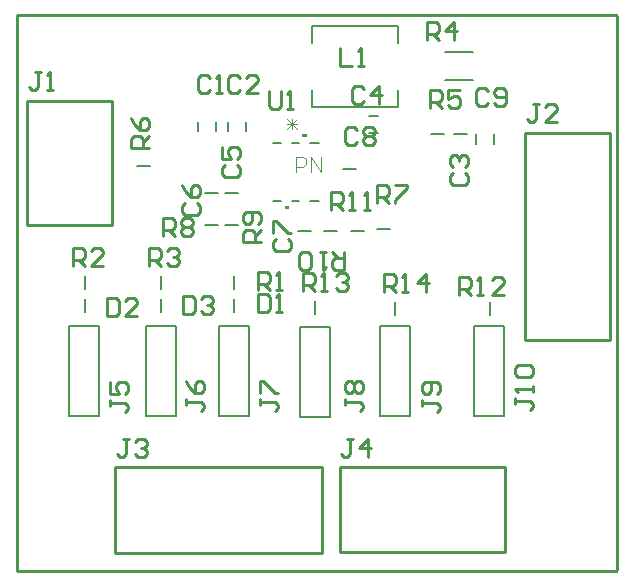
<source format=gto>
G04 Layer_Color=65535*
%FSLAX44Y44*%
%MOMM*%
G71*
G01*
G75*
%ADD19C,0.2540*%
%ADD29C,0.2000*%
%ADD30C,0.1524*%
%ADD31C,0.0762*%
G36*
X440175Y985690D02*
X436365D01*
Y988230D01*
X440175D01*
Y985690D01*
D02*
G37*
G36*
X455175Y1046310D02*
X451365D01*
Y1048850D01*
X455175D01*
Y1046310D01*
D02*
G37*
G54D19*
X209500Y679500D02*
X717000D01*
X717500Y680000D01*
Y1149250D01*
X717250Y1149500D02*
X717500Y1149250D01*
X209500Y1149500D02*
X717250D01*
X209500Y679500D02*
Y1149500D01*
X640250Y1050000D02*
X712250D01*
X640250Y875000D02*
X712250D01*
Y1050000D01*
X640250Y875000D02*
Y1050000D01*
X218500Y972000D02*
Y1077000D01*
X290500Y972000D02*
Y1077000D01*
X218500Y972000D02*
X290500D01*
X218500Y1077000D02*
X290500D01*
X293000Y694750D02*
Y766750D01*
X468000Y694750D02*
Y766750D01*
X293000D02*
X468000D01*
X293000Y694750D02*
X468000D01*
X483252Y695002D02*
X623252D01*
X483252Y767002D02*
X623252D01*
Y695002D02*
Y767002D01*
X483252Y695002D02*
Y767002D01*
X423440Y1085819D02*
Y1073123D01*
X425979Y1070584D01*
X431058D01*
X433597Y1073123D01*
Y1085819D01*
X438675Y1070584D02*
X443753D01*
X441214D01*
Y1085819D01*
X438675Y1083280D01*
X520268Y915448D02*
Y930683D01*
X527886D01*
X530425Y928144D01*
Y923065D01*
X527886Y920526D01*
X520268D01*
X525346D02*
X530425Y915448D01*
X535503D02*
X540581D01*
X538042D01*
Y930683D01*
X535503Y928144D01*
X555816Y915448D02*
Y930683D01*
X548199Y923065D01*
X558356D01*
X451950Y915830D02*
Y931065D01*
X459567D01*
X462107Y928526D01*
Y923448D01*
X459567Y920908D01*
X451950D01*
X457028D02*
X462107Y915830D01*
X467185D02*
X472263D01*
X469724D01*
Y931065D01*
X467185Y928526D01*
X479881D02*
X482420Y931065D01*
X487499D01*
X490038Y928526D01*
Y925987D01*
X487499Y923448D01*
X484959D01*
X487499D01*
X490038Y920908D01*
Y918369D01*
X487499Y915830D01*
X482420D01*
X479881Y918369D01*
X583750Y913000D02*
Y928235D01*
X591367D01*
X593907Y925696D01*
Y920618D01*
X591367Y918078D01*
X583750D01*
X588828D02*
X593907Y913000D01*
X598985D02*
X604063D01*
X601524D01*
Y928235D01*
X598985Y925696D01*
X621838Y913000D02*
X611681D01*
X621838Y923157D01*
Y925696D01*
X619299Y928235D01*
X614220D01*
X611681Y925696D01*
X475500Y984500D02*
Y999735D01*
X483117D01*
X485657Y997196D01*
Y992117D01*
X483117Y989578D01*
X475500D01*
X480578D02*
X485657Y984500D01*
X490735D02*
X495813D01*
X493274D01*
Y999735D01*
X490735Y997196D01*
X503431Y984500D02*
X508509D01*
X505970D01*
Y999735D01*
X503431Y997196D01*
X487000Y949250D02*
Y934015D01*
X479383D01*
X476843Y936554D01*
Y941633D01*
X479383Y944172D01*
X487000D01*
X481922D02*
X476843Y949250D01*
X471765D02*
X466687D01*
X469226D01*
Y934015D01*
X471765Y936554D01*
X459069D02*
X456530Y934015D01*
X451451D01*
X448912Y936554D01*
Y946711D01*
X451451Y949250D01*
X456530D01*
X459069Y946711D01*
Y936554D01*
X416750Y958000D02*
X401515D01*
Y965618D01*
X404054Y968157D01*
X409132D01*
X411672Y965618D01*
Y958000D01*
Y963078D02*
X416750Y968157D01*
X414211Y973235D02*
X416750Y975774D01*
Y980853D01*
X414211Y983392D01*
X404054D01*
X401515Y980853D01*
Y975774D01*
X404054Y973235D01*
X406593D01*
X409132Y975774D01*
Y983392D01*
X333500Y962500D02*
Y977735D01*
X341118D01*
X343657Y975196D01*
Y970117D01*
X341118Y967578D01*
X333500D01*
X338578D02*
X343657Y962500D01*
X348735Y975196D02*
X351274Y977735D01*
X356353D01*
X358892Y975196D01*
Y972657D01*
X356353Y970117D01*
X358892Y967578D01*
Y965039D01*
X356353Y962500D01*
X351274D01*
X348735Y965039D01*
Y967578D01*
X351274Y970117D01*
X348735Y972657D01*
Y975196D01*
X351274Y970117D02*
X356353D01*
X514872Y990432D02*
Y1005667D01*
X522490D01*
X525029Y1003128D01*
Y998049D01*
X522490Y995510D01*
X514872D01*
X519950D02*
X525029Y990432D01*
X530107Y1005667D02*
X540264D01*
Y1003128D01*
X530107Y992971D01*
Y990432D01*
X321500Y1037500D02*
X306265D01*
Y1045117D01*
X308804Y1047657D01*
X313883D01*
X316422Y1045117D01*
Y1037500D01*
Y1042578D02*
X321500Y1047657D01*
X306265Y1062892D02*
X308804Y1057813D01*
X313883Y1052735D01*
X318961D01*
X321500Y1055274D01*
Y1060353D01*
X318961Y1062892D01*
X316422D01*
X313883Y1060353D01*
Y1052735D01*
X559942Y1070772D02*
Y1086007D01*
X567560D01*
X570099Y1083468D01*
Y1078390D01*
X567560Y1075850D01*
X559942D01*
X565020D02*
X570099Y1070772D01*
X585334Y1086007D02*
X575177D01*
Y1078390D01*
X580255Y1080929D01*
X582795D01*
X585334Y1078390D01*
Y1073311D01*
X582795Y1070772D01*
X577716D01*
X575177Y1073311D01*
X557144Y1128638D02*
Y1143873D01*
X564762D01*
X567301Y1141334D01*
Y1136255D01*
X564762Y1133716D01*
X557144D01*
X562222D02*
X567301Y1128638D01*
X579997D02*
Y1143873D01*
X572379Y1136255D01*
X582536D01*
X321516Y937276D02*
Y952511D01*
X329133D01*
X331673Y949972D01*
Y944893D01*
X329133Y942354D01*
X321516D01*
X326594D02*
X331673Y937276D01*
X336751Y949972D02*
X339290Y952511D01*
X344369D01*
X346908Y949972D01*
Y947433D01*
X344369Y944893D01*
X341829D01*
X344369D01*
X346908Y942354D01*
Y939815D01*
X344369Y937276D01*
X339290D01*
X336751Y939815D01*
X257206Y937272D02*
Y952507D01*
X264823D01*
X267363Y949968D01*
Y944890D01*
X264823Y942350D01*
X257206D01*
X262284D02*
X267363Y937272D01*
X282598D02*
X272441D01*
X282598Y947429D01*
Y949968D01*
X280059Y952507D01*
X274980D01*
X272441Y949968D01*
X413750Y917250D02*
Y932485D01*
X421367D01*
X423907Y929946D01*
Y924867D01*
X421367Y922328D01*
X413750D01*
X418828D02*
X423907Y917250D01*
X428985D02*
X434063D01*
X431524D01*
Y932485D01*
X428985Y929946D01*
X483500Y1121735D02*
Y1106500D01*
X493657D01*
X498735D02*
X503813D01*
X501274D01*
Y1121735D01*
X498735Y1119196D01*
X631265Y825657D02*
Y820578D01*
Y823118D01*
X643961D01*
X646500Y820578D01*
Y818039D01*
X643961Y815500D01*
X646500Y830735D02*
Y835813D01*
Y833274D01*
X631265D01*
X633804Y830735D01*
Y843431D02*
X631265Y845970D01*
Y851049D01*
X633804Y853588D01*
X643961D01*
X646500Y851049D01*
Y845970D01*
X643961Y843431D01*
X633804D01*
X553015Y823657D02*
Y818578D01*
Y821117D01*
X565711D01*
X568250Y818578D01*
Y816039D01*
X565711Y813500D01*
Y828735D02*
X568250Y831274D01*
Y836353D01*
X565711Y838892D01*
X555554D01*
X553015Y836353D01*
Y831274D01*
X555554Y828735D01*
X558093D01*
X560633Y831274D01*
Y838892D01*
X487515Y824907D02*
Y819828D01*
Y822367D01*
X500211D01*
X502750Y819828D01*
Y817289D01*
X500211Y814750D01*
X490054Y829985D02*
X487515Y832524D01*
Y837603D01*
X490054Y840142D01*
X492593D01*
X495132Y837603D01*
X497672Y840142D01*
X500211D01*
X502750Y837603D01*
Y832524D01*
X500211Y829985D01*
X497672D01*
X495132Y832524D01*
X492593Y829985D01*
X490054D01*
X495132Y832524D02*
Y837603D01*
X415265Y824657D02*
Y819578D01*
Y822117D01*
X427961D01*
X430500Y819578D01*
Y817039D01*
X427961Y814500D01*
X415265Y829735D02*
Y839892D01*
X417804D01*
X427961Y829735D01*
X430500D01*
X353265Y824407D02*
Y819328D01*
Y821868D01*
X365961D01*
X368500Y819328D01*
Y816789D01*
X365961Y814250D01*
X353265Y839642D02*
X355804Y834563D01*
X360882Y829485D01*
X365961D01*
X368500Y832024D01*
Y837103D01*
X365961Y839642D01*
X363422D01*
X360882Y837103D01*
Y829485D01*
X288765Y824157D02*
Y819078D01*
Y821618D01*
X301461D01*
X304000Y819078D01*
Y816539D01*
X301461Y814000D01*
X288765Y839392D02*
Y829235D01*
X296383D01*
X293843Y834313D01*
Y836853D01*
X296383Y839392D01*
X301461D01*
X304000Y836853D01*
Y831774D01*
X301461Y829235D01*
X494741Y791205D02*
X489662D01*
X492201D01*
Y778509D01*
X489662Y775970D01*
X487123D01*
X484584Y778509D01*
X507437Y775970D02*
Y791205D01*
X499819Y783587D01*
X509976D01*
X304407Y790833D02*
X299328D01*
X301868D01*
Y778137D01*
X299328Y775598D01*
X296789D01*
X294250Y778137D01*
X309485Y788294D02*
X312024Y790833D01*
X317103D01*
X319642Y788294D01*
Y785755D01*
X317103Y783215D01*
X314563D01*
X317103D01*
X319642Y780676D01*
Y778137D01*
X317103Y775598D01*
X312024D01*
X309485Y778137D01*
X651737Y1074143D02*
X646658D01*
X649197D01*
Y1061447D01*
X646658Y1058908D01*
X644119D01*
X641580Y1061447D01*
X666972Y1058908D02*
X656815D01*
X666972Y1069065D01*
Y1071604D01*
X664433Y1074143D01*
X659354D01*
X656815Y1071604D01*
X229859Y1101203D02*
X224780D01*
X227320D01*
Y1088507D01*
X224780Y1085968D01*
X222241D01*
X219702Y1088507D01*
X234937Y1085968D02*
X240015D01*
X237476D01*
Y1101203D01*
X234937Y1098664D01*
X350000Y912235D02*
Y897000D01*
X357617D01*
X360157Y899539D01*
Y909696D01*
X357617Y912235D01*
X350000D01*
X365235Y909696D02*
X367774Y912235D01*
X372853D01*
X375392Y909696D01*
Y907157D01*
X372853Y904617D01*
X370313D01*
X372853D01*
X375392Y902078D01*
Y899539D01*
X372853Y897000D01*
X367774D01*
X365235Y899539D01*
X286250Y909985D02*
Y894750D01*
X293867D01*
X296407Y897289D01*
Y907446D01*
X293867Y909985D01*
X286250D01*
X311642Y894750D02*
X301485D01*
X311642Y904907D01*
Y907446D01*
X309103Y909985D01*
X304024D01*
X301485Y907446D01*
X414250Y913235D02*
Y898000D01*
X421867D01*
X424407Y900539D01*
Y910696D01*
X421867Y913235D01*
X414250D01*
X429485Y898000D02*
X434563D01*
X432024D01*
Y913235D01*
X429485Y910696D01*
X608799Y1085632D02*
X606259Y1088171D01*
X601181D01*
X598642Y1085632D01*
Y1075475D01*
X601181Y1072936D01*
X606259D01*
X608799Y1075475D01*
X613877D02*
X616416Y1072936D01*
X621495D01*
X624034Y1075475D01*
Y1085632D01*
X621495Y1088171D01*
X616416D01*
X613877Y1085632D01*
Y1083093D01*
X616416Y1080554D01*
X624034D01*
X497686Y1052600D02*
X495147Y1055139D01*
X490069D01*
X487529Y1052600D01*
Y1042443D01*
X490069Y1039904D01*
X495147D01*
X497686Y1042443D01*
X502765Y1052600D02*
X505304Y1055139D01*
X510382D01*
X512921Y1052600D01*
Y1050061D01*
X510382Y1047522D01*
X512921Y1044982D01*
Y1042443D01*
X510382Y1039904D01*
X505304D01*
X502765Y1042443D01*
Y1044982D01*
X505304Y1047522D01*
X502765Y1050061D01*
Y1052600D01*
X505304Y1047522D02*
X510382D01*
X429054Y960157D02*
X426515Y957617D01*
Y952539D01*
X429054Y950000D01*
X439211D01*
X441750Y952539D01*
Y957617D01*
X439211Y960157D01*
X426515Y965235D02*
Y975392D01*
X429054D01*
X439211Y965235D01*
X441750D01*
X352054Y990907D02*
X349515Y988367D01*
Y983289D01*
X352054Y980750D01*
X362211D01*
X364750Y983289D01*
Y988367D01*
X362211Y990907D01*
X349515Y1006142D02*
X352054Y1001063D01*
X357132Y995985D01*
X362211D01*
X364750Y998524D01*
Y1003603D01*
X362211Y1006142D01*
X359672D01*
X357132Y1003603D01*
Y995985D01*
X385554Y1023157D02*
X383015Y1020618D01*
Y1015539D01*
X385554Y1013000D01*
X395711D01*
X398250Y1015539D01*
Y1020618D01*
X395711Y1023157D01*
X383015Y1038392D02*
Y1028235D01*
X390633D01*
X388093Y1033313D01*
Y1035853D01*
X390633Y1038392D01*
X395711D01*
X398250Y1035853D01*
Y1030774D01*
X395711Y1028235D01*
X503671Y1087492D02*
X501132Y1090031D01*
X496053D01*
X493514Y1087492D01*
Y1077335D01*
X496053Y1074796D01*
X501132D01*
X503671Y1077335D01*
X516367Y1074796D02*
Y1090031D01*
X508749Y1082413D01*
X518906D01*
X579304Y1016407D02*
X576765Y1013867D01*
Y1008789D01*
X579304Y1006250D01*
X589461D01*
X592000Y1008789D01*
Y1013867D01*
X589461Y1016407D01*
X579304Y1021485D02*
X576765Y1024024D01*
Y1029103D01*
X579304Y1031642D01*
X581843D01*
X584383Y1029103D01*
Y1026563D01*
Y1029103D01*
X586922Y1031642D01*
X589461D01*
X592000Y1029103D01*
Y1024024D01*
X589461Y1021485D01*
X399031Y1096260D02*
X396492Y1098799D01*
X391413D01*
X388874Y1096260D01*
Y1086103D01*
X391413Y1083564D01*
X396492D01*
X399031Y1086103D01*
X414266Y1083564D02*
X404109D01*
X414266Y1093721D01*
Y1096260D01*
X411727Y1098799D01*
X406648D01*
X404109Y1096260D01*
X373631D02*
X371091Y1098799D01*
X366013D01*
X363474Y1096260D01*
Y1086103D01*
X366013Y1083564D01*
X371091D01*
X373631Y1086103D01*
X378709Y1083564D02*
X383787D01*
X381248D01*
Y1098799D01*
X378709Y1096260D01*
G54D29*
X386000Y998750D02*
X397000D01*
X530250Y896250D02*
Y907250D01*
X462000Y896750D02*
Y907750D01*
X610500Y895500D02*
Y906500D01*
X492250Y967250D02*
X503250D01*
X469500D02*
X480500D01*
X386000Y971750D02*
X397000D01*
X369000D02*
X380000D01*
X311500Y1021750D02*
X322500D01*
X331500Y918250D02*
Y929250D01*
X267250Y918250D02*
Y929250D01*
X394000Y918250D02*
Y929250D01*
X331500Y898500D02*
Y909500D01*
X267250Y898000D02*
Y909000D01*
X394000Y898750D02*
Y909750D01*
X485607Y1019770D02*
X496607D01*
X447750Y967250D02*
X458750D01*
X369000Y998750D02*
X380000D01*
X580250Y1049500D02*
X591250D01*
X507500Y1064750D02*
X515500D01*
X507500Y1049750D02*
X515500D01*
X572000Y1118500D02*
X596000D01*
X572000Y1094500D02*
X596000D01*
X388740Y1051370D02*
Y1059370D01*
X403740Y1051370D02*
Y1059370D01*
X363340Y1051370D02*
Y1059370D01*
X378340Y1051370D02*
Y1059370D01*
X598500Y1040750D02*
Y1048750D01*
X613500Y1040750D02*
Y1048750D01*
X560000D02*
X571000D01*
X514750Y968250D02*
X525750D01*
X532250Y1072250D02*
Y1086250D01*
X459250Y1072250D02*
Y1086250D01*
X532250Y1126250D02*
Y1140250D01*
X459250Y1126250D02*
Y1140250D01*
Y1072250D02*
X532250D01*
X459250Y1140250D02*
X532250D01*
X622300Y810260D02*
Y886460D01*
X596900D02*
X622300D01*
X596900Y810260D02*
Y886460D01*
Y810260D02*
X622300D01*
X542290D02*
Y886460D01*
X516890D02*
X542290D01*
X516890Y810260D02*
Y886460D01*
Y810260D02*
X542290D01*
X449050Y809900D02*
Y886100D01*
Y809900D02*
X474450D01*
Y886100D01*
X449050D02*
X474450D01*
X381000Y810260D02*
Y886460D01*
Y810260D02*
X406400D01*
Y886460D01*
X381000D02*
X406400D01*
X318770Y810260D02*
Y886460D01*
Y810260D02*
X344170D01*
Y886460D01*
X318770D02*
X344170D01*
X254000Y810260D02*
Y886460D01*
Y810260D02*
X279400D01*
Y886460D01*
X254000D02*
X279400D01*
G54D30*
X442997Y992750D02*
X448543D01*
X426250Y1041790D02*
X433543D01*
X457997D02*
X465290D01*
X457997Y992750D02*
X465290D01*
X426250D02*
X433543D01*
X442997Y1041790D02*
X448543D01*
G54D31*
X445770Y1017270D02*
Y1029966D01*
X452118D01*
X454234Y1027850D01*
Y1023618D01*
X452118Y1021502D01*
X445770D01*
X458466Y1017270D02*
Y1029966D01*
X466930Y1017270D01*
Y1029966D01*
X438270Y1062224D02*
X446734Y1053760D01*
X438270D02*
X446734Y1062224D01*
X438270Y1057992D02*
X446734D01*
X442502Y1053760D02*
Y1062224D01*
M02*

</source>
